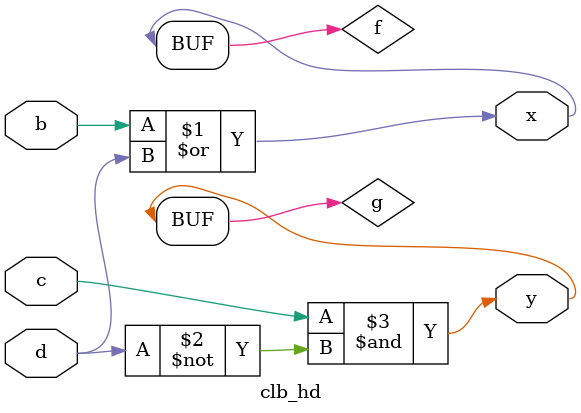
<source format=v>
module clb_hd(
	input b,
	input c,
	input d,
	output x,
	output y
);

	wire f, g;
	
	assign f = b | d;
	assign g = c & ~d;
	assign x = f;
	assign y = g;
	
endmodule

</source>
